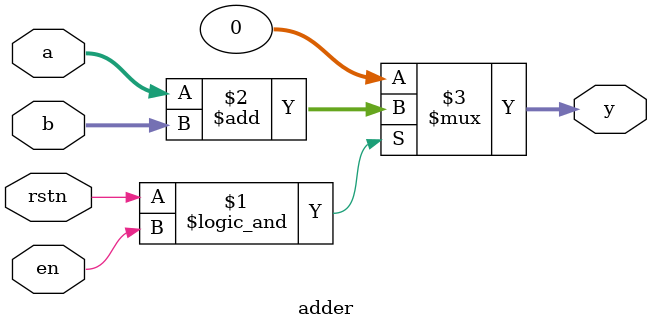
<source format=v>
module adder
  #(parameter DATA_WIDTH = 32)
  (
    input rstn,
    input en,
    input [DATA_WIDTH - 1 : 0] a,
    input [DATA_WIDTH - 1 : 0] b,
    output [DATA_WIDTH - 1 : 0] y
  );

  assign y = (rstn && en) ? (a + b) : {DATA_WIDTH{1'b0}};

endmodule
</source>
